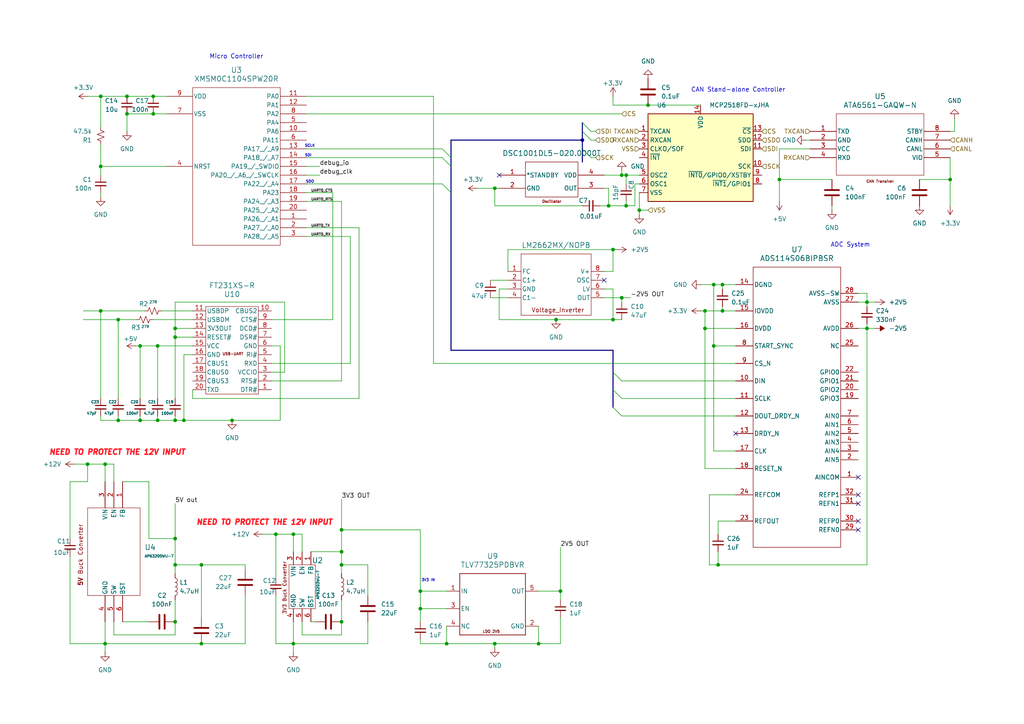
<source format=kicad_sch>
(kicad_sch (version 20250114) (generator "eeschema") (generator_version "9.0")
  (paper "A4")
  (title_block (title "Low Voltage Sensor") (date "08-22-25") (rev "0.1") (company "UTA FSAE") (comment 1 "Project Contributors: Marcus, Ali, Taylor Smith") (comment 2 "Page Authors: Marcus, Ali, Taylor Smith"))
  (text "SDO\n" (at 89.916 52.832 0) (effects (font (size 0.762 0.762))))
  (text "CAN Stand-alone Controller" (at 214.122 26.162 0) (effects (font (size 1.27 1.27))))
  (text "3V3 IN\n" (at 124.206 168.402 0) (effects (font (size 0.762 0.762))))
  (text "SCLK" (at 89.916 42.418 0) (effects (font (size 0.762 0.762))))
  (text "NEED TO PROTECT THE 12V INPUT\n" (at 76.708 151.638 0) (effects (font (size 1.524 1.524) (thickness 0.508) (bold yes) (italic yes))))
  (text "NEED TO PROTECT THE 12V INPUT\n" (at 34.036 131.318 0) (effects (font (size 1.524 1.524) (thickness 0.508) (bold yes) (italic yes))))
  (text "SDI" (at 89.408 45.212 0) (effects (font (size 0.762 0.762))))
  (text "ADC System\n" (at 246.634 71.12 0) (effects (font (size 1.27 1.27))))
  (text "Micro Controller" (at 68.58 16.51 0) (effects (font (size 1.27 1.27))))
  (junction (at 67.31 121.92))
  (junction (at 30.48 186.69))
  (junction (at 204.47 95.25))
  (junction (at 181.61 59.69))
  (junction (at 50.8 121.92))
  (junction (at 251.46 95.25))
  (junction (at 121.92 176.53))
  (junction (at 50.8 95.25))
  (junction (at 208.28 163.83))
  (junction (at 207.01 100.33))
  (junction (at 129.54 186.69))
  (junction (at 25.4 134.62))
  (junction (at 36.83 27.94))
  (junction (at 177.8 72.39))
  (junction (at 53.34 121.92))
  (junction (at 251.46 87.63))
  (junction (at 209.55 82.55))
  (junction (at 85.09 186.69))
  (junction (at 30.48 134.62))
  (junction (at 181.61 50.8))
  (junction (at 50.8 180.34))
  (junction (at 207.01 82.55))
  (junction (at 99.06 160.02))
  (junction (at 85.09 154.94))
  (junction (at 204.47 90.17))
  (junction (at 40.64 121.92))
  (junction (at 80.01 154.94))
  (junction (at 99.06 180.34))
  (junction (at 44.45 27.94))
  (junction (at 185.42 60.96))
  (junction (at 50.8 97.79))
  (junction (at 40.64 100.33))
  (junction (at 161.29 92.71))
  (junction (at 275.59 52.07))
  (junction (at 58.42 186.69))
  (junction (at 162.56 171.45))
  (junction (at 156.21 186.69))
  (junction (at 180.34 50.8))
  (junction (at 44.45 33.02))
  (junction (at 45.72 100.33))
  (junction (at 180.34 86.36))
  (junction (at 177.8 92.71))
  (junction (at 50.8 156.21))
  (junction (at 187.96 30.48))
  (junction (at 50.8 163.83))
  (junction (at 45.72 121.92))
  (junction (at 34.29 92.71))
  (junction (at 99.06 163.83))
  (junction (at 36.83 33.02))
  (junction (at 29.21 48.26))
  (junction (at 209.55 90.17))
  (junction (at 58.42 163.83))
  (junction (at 168.91 40.64))
  (junction (at 143.51 54.61))
  (junction (at 226.06 52.07))
  (junction (at 29.21 27.94))
  (junction (at 99.06 153.67))
  (junction (at 34.29 121.92))
  (junction (at 143.51 186.69))
  (junction (at 29.21 90.17))
  (junction (at 176.53 59.69))
  (junction (at 121.92 171.45))
  (no_connect (at 248.92 146.05))
  (no_connect (at 248.92 143.51))
  (no_connect (at 248.92 151.13))
  (no_connect (at 213.36 125.73))
  (no_connect (at 175.26 81.28))
  (no_connect (at 248.92 138.43))
  (no_connect (at 144.78 50.8))
  (no_connect (at 248.92 153.67))
  (bus_entry (at 168.91 35.56) (size 2.54 2.54))
  (bus_entry (at 128.27 53.34) (size 2.54 2.54))
  (bus_entry (at 177.8 113.03) (size 2.54 2.54))
  (bus_entry (at 168.91 38.1) (size 2.54 2.54))
  (bus_entry (at 177.8 107.95) (size 2.54 2.54))
  (bus_entry (at 168.91 43.18) (size 2.54 2.54))
  (bus_entry (at 128.27 43.18) (size 2.54 2.54))
  (bus_entry (at 177.8 118.11) (size 2.54 2.54))
  (bus_entry (at 128.27 45.72) (size 2.54 2.54))
  (bus (pts (xy 130.81 40.64) (xy 168.91 40.64)))
  (wire (pts (xy 251.46 163.83) (xy 251.46 95.25)))
  (bus (pts (xy 168.91 43.18) (xy 168.91 46.99)))
  (wire (pts (xy 181.61 50.8) (xy 181.61 53.34)))
  (wire (pts (xy 205.74 143.51) (xy 205.74 163.83)))
  (wire (pts (xy 85.09 186.69) (xy 106.68 186.69)))
  (bus (pts (xy 130.81 48.26) (xy 130.81 45.72)))
  (wire (pts (xy 204.47 90.17) (xy 209.55 90.17)))
  (wire (pts (xy 85.09 160.02) (xy 85.09 154.94)))
  (wire (pts (xy 71.12 165.1) (xy 71.12 163.83)))
  (wire (pts (xy 209.55 82.55) (xy 209.55 83.82)))
  (wire (pts (xy 71.12 163.83) (xy 58.42 163.83)))
  (wire (pts (xy 161.29 92.71) (xy 177.8 92.71)))
  (wire (pts (xy 142.24 81.28) (xy 147.32 81.28)))
  (wire (pts (xy 88.9 53.34) (xy 128.27 53.34)))
  (bus (pts (xy 168.91 35.56) (xy 168.91 38.1)))
  (wire (pts (xy 234.95 40.64) (xy 233.68 40.64)))
  (wire (pts (xy 88.9 50.8) (xy 92.71 50.8)))
  (wire (pts (xy 185.42 60.96) (xy 187.96 60.96)))
  (wire (pts (xy 44.45 27.94) (xy 48.26 27.94)))
  (wire (pts (xy 175.26 83.82) (xy 177.8 83.82)))
  (wire (pts (xy 45.72 100.33) (xy 45.72 115.57)))
  (bus (pts (xy 177.8 101.6) (xy 177.8 107.95)))
  (wire (pts (xy 36.83 27.94) (xy 44.45 27.94)))
  (wire (pts (xy 184.15 53.34) (xy 184.15 59.69)))
  (wire (pts (xy 144.78 83.82) (xy 144.78 92.71)))
  (bus (pts (xy 130.81 48.26) (xy 130.81 55.88)))
  (wire (pts (xy 50.8 120.65) (xy 50.8 121.92)))
  (wire (pts (xy 29.21 27.94) (xy 36.83 27.94)))
  (wire (pts (xy 147.32 72.39) (xy 177.8 72.39)))
  (wire (pts (xy 24.13 90.17) (xy 29.21 90.17)))
  (wire (pts (xy 121.92 176.53) (xy 121.92 180.34)))
  (wire (pts (xy 88.9 68.58) (xy 101.6 68.58)))
  (wire (pts (xy 143.51 186.69) (xy 143.51 187.96)))
  (wire (pts (xy 213.36 95.25) (xy 204.47 95.25)))
  (wire (pts (xy 45.72 120.65) (xy 45.72 121.92)))
  (wire (pts (xy 177.8 27.94) (xy 177.8 30.48)))
  (wire (pts (xy 40.64 100.33) (xy 40.64 115.57)))
  (bus (pts (xy 130.81 45.72) (xy 130.81 40.64)))
  (wire (pts (xy 29.21 121.92) (xy 34.29 121.92)))
  (wire (pts (xy 226.06 52.07) (xy 241.3 52.07)))
  (wire (pts (xy 25.4 139.7) (xy 25.4 134.62)))
  (wire (pts (xy 20.32 139.7) (xy 25.4 139.7)))
  (wire (pts (xy 176.53 54.61) (xy 175.26 54.61)))
  (wire (pts (xy 121.92 171.45) (xy 121.92 176.53)))
  (wire (pts (xy 78.74 107.95) (xy 82.55 107.95)))
  (wire (pts (xy 29.21 120.65) (xy 29.21 121.92)))
  (wire (pts (xy 30.48 180.34) (xy 30.48 186.69)))
  (wire (pts (xy 175.26 78.74) (xy 177.8 78.74)))
  (wire (pts (xy 34.29 92.71) (xy 34.29 115.57)))
  (wire (pts (xy 180.34 86.36) (xy 180.34 87.63)))
  (wire (pts (xy 44.45 33.02) (xy 48.26 33.02)))
  (wire (pts (xy 81.28 100.33) (xy 81.28 121.92)))
  (wire (pts (xy 99.06 184.15) (xy 99.06 180.34)))
  (wire (pts (xy 53.34 102.87) (xy 53.34 121.92)))
  (wire (pts (xy 87.63 184.15) (xy 99.06 184.15)))
  (wire (pts (xy 58.42 179.07) (xy 58.42 163.83)))
  (wire (pts (xy 275.59 52.07) (xy 275.59 59.69)))
  (wire (pts (xy 129.54 181.61) (xy 129.54 186.69)))
  (wire (pts (xy 67.31 121.92) (xy 53.34 121.92)))
  (wire (pts (xy 43.18 156.21) (xy 50.8 156.21)))
  (wire (pts (xy 99.06 58.42) (xy 99.06 110.49)))
  (wire (pts (xy 162.56 171.45) (xy 162.56 173.99)))
  (wire (pts (xy 208.28 160.02) (xy 208.28 163.83)))
  (wire (pts (xy 143.51 54.61) (xy 144.78 54.61)))
  (bus (pts (xy 177.8 113.03) (xy 177.8 118.11)))
  (wire (pts (xy 209.55 82.55) (xy 213.36 82.55)))
  (wire (pts (xy 142.24 86.36) (xy 147.32 86.36)))
  (wire (pts (xy 88.9 43.18) (xy 128.27 43.18)))
  (wire (pts (xy 121.92 185.42) (xy 121.92 186.69)))
  (bus (pts (xy 130.81 55.88) (xy 130.81 101.6)))
  (wire (pts (xy 177.8 72.39) (xy 177.8 78.74)))
  (wire (pts (xy 88.9 33.02) (xy 180.34 33.02)))
  (wire (pts (xy 29.21 27.94) (xy 29.21 36.83)))
  (wire (pts (xy 147.32 83.82) (xy 144.78 83.82)))
  (wire (pts (xy 80.01 172.72) (xy 80.01 186.69)))
  (wire (pts (xy 180.34 86.36) (xy 182.88 86.36)))
  (wire (pts (xy 176.53 54.61) (xy 176.53 59.69)))
  (wire (pts (xy 85.09 180.34) (xy 85.09 186.69)))
  (wire (pts (xy 185.42 55.88) (xy 185.42 60.96)))
  (wire (pts (xy 50.8 95.25) (xy 55.88 95.25)))
  (wire (pts (xy 20.32 156.21) (xy 20.32 139.7)))
  (wire (pts (xy 50.8 97.79) (xy 50.8 115.57)))
  (wire (pts (xy 43.18 139.7) (xy 43.18 156.21)))
  (wire (pts (xy 203.2 90.17) (xy 204.47 90.17)))
  (wire (pts (xy 106.68 163.83) (xy 99.06 163.83)))
  (wire (pts (xy 207.01 100.33) (xy 207.01 82.55)))
  (wire (pts (xy 34.29 121.92) (xy 40.64 121.92)))
  (wire (pts (xy 34.29 120.65) (xy 34.29 121.92)))
  (wire (pts (xy 80.01 154.94) (xy 85.09 154.94)))
  (wire (pts (xy 30.48 134.62) (xy 25.4 134.62)))
  (wire (pts (xy 248.92 87.63) (xy 251.46 87.63)))
  (wire (pts (xy 248.92 85.09) (xy 251.46 85.09)))
  (wire (pts (xy 180.34 110.49) (xy 213.36 110.49)))
  (wire (pts (xy 181.61 50.8) (xy 185.42 50.8)))
  (wire (pts (xy 251.46 95.25) (xy 254 95.25)))
  (wire (pts (xy 121.92 176.53) (xy 129.54 176.53)))
  (wire (pts (xy 40.64 100.33) (xy 45.72 100.33)))
  (bus (pts (xy 168.91 38.1) (xy 168.91 40.64)))
  (wire (pts (xy 90.17 180.34) (xy 91.44 180.34)))
  (wire (pts (xy 156.21 186.69) (xy 143.51 186.69)))
  (bus (pts (xy 168.91 40.64) (xy 168.91 43.18)))
  (wire (pts (xy 50.8 146.05) (xy 50.8 156.21)))
  (wire (pts (xy 53.34 102.87) (xy 55.88 102.87)))
  (wire (pts (xy 204.47 95.25) (xy 204.47 90.17)))
  (wire (pts (xy 176.53 59.69) (xy 181.61 59.69)))
  (wire (pts (xy 58.42 163.83) (xy 50.8 163.83)))
  (bus (pts (xy 130.81 101.6) (xy 177.8 101.6)))
  (wire (pts (xy 90.17 160.02) (xy 99.06 160.02)))
  (wire (pts (xy 205.74 143.51) (xy 213.36 143.51)))
  (wire (pts (xy 40.64 120.65) (xy 40.64 121.92)))
  (wire (pts (xy 213.36 130.81) (xy 207.01 130.81)))
  (wire (pts (xy 30.48 139.7) (xy 30.48 134.62)))
  (wire (pts (xy 203.2 82.55) (xy 207.01 82.55)))
  (wire (pts (xy 251.46 87.63) (xy 251.46 88.9)))
  (wire (pts (xy 226.06 43.18) (xy 226.06 52.07)))
  (wire (pts (xy 179.07 72.39) (xy 177.8 72.39)))
  (wire (pts (xy 226.06 52.07) (xy 226.06 58.42)))
  (wire (pts (xy 29.21 41.91) (xy 29.21 48.26)))
  (wire (pts (xy 88.9 55.88) (xy 96.52 55.88)))
  (wire (pts (xy 33.02 184.15) (xy 50.8 184.15)))
  (wire (pts (xy 33.02 180.34) (xy 33.02 184.15)))
  (wire (pts (xy 29.21 90.17) (xy 29.21 115.57)))
  (wire (pts (xy 55.88 113.03) (xy 55.88 115.57)))
  (wire (pts (xy 88.9 45.72) (xy 128.27 45.72)))
  (wire (pts (xy 45.72 121.92) (xy 50.8 121.92)))
  (wire (pts (xy 29.21 48.26) (xy 48.26 48.26)))
  (wire (pts (xy 125.73 105.41) (xy 213.36 105.41)))
  (wire (pts (xy 44.45 92.71) (xy 55.88 92.71)))
  (wire (pts (xy 129.54 171.45) (xy 121.92 171.45)))
  (wire (pts (xy 241.3 59.69) (xy 241.3 60.96)))
  (wire (pts (xy 209.55 88.9) (xy 209.55 90.17)))
  (wire (pts (xy 181.61 58.42) (xy 181.61 59.69)))
  (wire (pts (xy 78.74 92.71) (xy 96.52 92.71)))
  (wire (pts (xy 248.92 95.25) (xy 251.46 95.25)))
  (wire (pts (xy 99.06 153.67) (xy 99.06 160.02)))
  (wire (pts (xy 204.47 135.89) (xy 204.47 95.25)))
  (wire (pts (xy 99.06 160.02) (xy 99.06 163.83)))
  (wire (pts (xy 276.86 34.29) (xy 276.86 38.1)))
  (wire (pts (xy 39.37 92.71) (xy 34.29 92.71)))
  (wire (pts (xy 181.61 59.69) (xy 184.15 59.69)))
  (wire (pts (xy 101.6 68.58) (xy 101.6 105.41)))
  (wire (pts (xy 50.8 87.63) (xy 82.55 87.63)))
  (wire (pts (xy 50.8 173.99) (xy 50.8 180.34)))
  (wire (pts (xy 144.78 92.71) (xy 161.29 92.71)))
  (wire (pts (xy 30.48 186.69) (xy 58.42 186.69)))
  (wire (pts (xy 121.92 153.67) (xy 121.92 171.45)))
  (wire (pts (xy 251.46 87.63) (xy 254 87.63)))
  (wire (pts (xy 162.56 186.69) (xy 156.21 186.69)))
  (wire (pts (xy 78.74 100.33) (xy 81.28 100.33)))
  (wire (pts (xy 213.36 151.13) (xy 208.28 151.13)))
  (wire (pts (xy 143.51 54.61) (xy 143.51 59.69)))
  (wire (pts (xy 50.8 163.83) (xy 50.8 166.37)))
  (wire (pts (xy 24.13 92.71) (xy 34.29 92.71)))
  (wire (pts (xy 156.21 171.45) (xy 162.56 171.45)))
  (wire (pts (xy 71.12 186.69) (xy 58.42 186.69)))
  (wire (pts (xy 25.4 134.62) (xy 21.59 134.62)))
  (wire (pts (xy 30.48 186.69) (xy 30.48 189.23)))
  (wire (pts (xy 80.01 154.94) (xy 80.01 167.64)))
  (wire (pts (xy 171.45 38.1) (xy 172.72 38.1)))
  (wire (pts (xy 213.36 135.89) (xy 204.47 135.89)))
  (wire (pts (xy 33.02 139.7) (xy 33.02 134.62)))
  (wire (pts (xy 177.8 92.71) (xy 177.8 83.82)))
  (wire (pts (xy 87.63 180.34) (xy 87.63 184.15)))
  (wire (pts (xy 40.64 121.92) (xy 45.72 121.92)))
  (wire (pts (xy 175.26 50.8) (xy 180.34 50.8)))
  (wire (pts (xy 29.21 55.88) (xy 29.21 57.15)))
  (wire (pts (xy 45.72 100.33) (xy 55.88 100.33)))
  (wire (pts (xy 275.59 45.72) (xy 275.59 52.07)))
  (wire (pts (xy 207.01 82.55) (xy 209.55 82.55)))
  (wire (pts (xy 276.86 38.1) (xy 275.59 38.1)))
  (wire (pts (xy 121.92 186.69) (xy 129.54 186.69)))
  (wire (pts (xy 177.8 92.71) (xy 180.34 92.71)))
  (wire (pts (xy 36.83 33.02) (xy 36.83 38.1)))
  (wire (pts (xy 29.21 27.94) (xy 25.4 27.94)))
  (wire (pts (xy 205.74 163.83) (xy 208.28 163.83)))
  (wire (pts (xy 180.34 50.8) (xy 181.61 50.8)))
  (wire (pts (xy 36.83 33.02) (xy 44.45 33.02)))
  (wire (pts (xy 87.63 154.94) (xy 85.09 154.94)))
  (wire (pts (xy 41.91 90.17) (xy 29.21 90.17)))
  (wire (pts (xy 96.52 55.88) (xy 96.52 92.71)))
  (wire (pts (xy 180.34 115.57) (xy 213.36 115.57)))
  (wire (pts (xy 20.32 161.29) (xy 20.32 186.69)))
  (wire (pts (xy 99.06 163.83) (xy 99.06 166.37)))
  (wire (pts (xy 207.01 100.33) (xy 213.36 100.33)))
  (wire (pts (xy 209.55 90.17) (xy 213.36 90.17)))
  (wire (pts (xy 177.8 30.48) (xy 187.96 30.48)))
  (wire (pts (xy 106.68 172.72) (xy 106.68 163.83)))
  (wire (pts (xy 35.56 180.34) (xy 43.18 180.34)))
  (wire (pts (xy 187.96 30.48) (xy 203.2 30.48)))
  (wire (pts (xy 99.06 144.78) (xy 99.06 153.67)))
  (wire (pts (xy 251.46 93.98) (xy 251.46 95.25)))
  (wire (pts (xy 180.34 49.53) (xy 180.34 50.8)))
  (wire (pts (xy 99.06 173.99) (xy 99.06 180.34)))
  (wire (pts (xy 129.54 186.69) (xy 143.51 186.69)))
  (wire (pts (xy 266.7 52.07) (xy 275.59 52.07)))
  (wire (pts (xy 50.8 184.15) (xy 50.8 180.34)))
  (wire (pts (xy 55.88 115.57) (xy 104.14 115.57)))
  (wire (pts (xy 80.01 186.69) (xy 85.09 186.69)))
  (wire (pts (xy 251.46 85.09) (xy 251.46 87.63)))
  (wire (pts (xy 88.9 58.42) (xy 99.06 58.42)))
  (wire (pts (xy 46.99 90.17) (xy 55.88 90.17)))
  (wire (pts (xy 76.2 154.94) (xy 80.01 154.94)))
  (wire (pts (xy 99.06 153.67) (xy 121.92 153.67)))
  (wire (pts (xy 175.26 86.36) (xy 180.34 86.36)))
  (wire (pts (xy 35.56 139.7) (xy 43.18 139.7)))
  (wire (pts (xy 180.34 120.65) (xy 213.36 120.65)))
  (wire (pts (xy 88.9 66.04) (xy 104.14 66.04)))
  (wire (pts (xy 50.8 121.92) (xy 53.34 121.92)))
  (wire (pts (xy 78.74 105.41) (xy 101.6 105.41)))
  (wire (pts (xy 39.37 100.33) (xy 40.64 100.33)))
  (wire (pts (xy 208.28 151.13) (xy 208.28 154.94)))
  (wire (pts (xy 138.43 54.61) (xy 143.51 54.61)))
  (wire (pts (xy 226.06 43.18) (xy 234.95 43.18)))
  (wire (pts (xy 33.02 134.62) (xy 30.48 134.62)))
  (wire (pts (xy 173.99 59.69) (xy 176.53 59.69)))
  (wire (pts (xy 78.74 110.49) (xy 99.06 110.49)))
  (wire (pts (xy 171.45 40.64) (xy 172.72 40.64)))
  (wire (pts (xy 87.63 160.02) (xy 87.63 154.94)))
  (wire (pts (xy 208.28 163.83) (xy 251.46 163.83)))
  (wire (pts (xy 162.56 179.07) (xy 162.56 186.69)))
  (wire (pts (xy 88.9 48.26) (xy 92.71 48.26)))
  (wire (pts (xy 50.8 156.21) (xy 50.8 163.83)))
  (wire (pts (xy 184.15 53.34) (xy 185.42 53.34)))
  (wire (pts (xy 29.21 48.26) (xy 29.21 50.8)))
  (wire (pts (xy 82.55 107.95) (xy 82.55 87.63)))
  (wire (pts (xy 104.14 66.04) (xy 104.14 115.57)))
  (wire (pts (xy 50.8 87.63) (xy 50.8 95.25)))
  (wire (pts (xy 147.32 78.74) (xy 147.32 72.39)))
  (wire (pts (xy 81.28 121.92) (xy 67.31 121.92)))
  (wire (pts (xy 106.68 186.69) (xy 106.68 180.34)))
  (wire (pts (xy 168.91 59.69) (xy 143.51 59.69)))
  (wire (pts (xy 85.09 186.69) (xy 85.09 189.23)))
  (wire (pts (xy 50.8 95.25) (xy 50.8 97.79)))
  (wire (pts (xy 207.01 130.81) (xy 207.01 100.33)))
  (bus (pts (xy 177.8 107.95) (xy 177.8 113.03)))
  (wire (pts (xy 55.88 97.79) (xy 50.8 97.79)))
  (wire (pts (xy 125.73 27.94) (xy 125.73 105.41)))
  (wire (pts (xy 20.32 186.69) (xy 30.48 186.69)))
  (wire (pts (xy 162.56 158.75) (xy 162.56 171.45)))
  (wire (pts (xy 185.42 60.96) (xy 185.42 62.23)))
  (wire (pts (xy 71.12 172.72) (xy 71.12 186.69)))
  (wire (pts (xy 171.45 45.72) (xy 172.72 45.72)))
  (wire (pts (xy 156.21 181.61) (xy 156.21 186.69)))
  (wire (pts (xy 88.9 27.94) (xy 125.73 27.94)))
  (label "5V out" (at 50.8 146.05 0))
  (label "UART0_RTS" (at 90.17 58.42 0) (effects (font (size 0.762 0.762))))
  (label "UART0_TX" (at 90.17 66.04 0) (effects (font (size 0.762 0.762))))
  (label "3V3 OUT" (at 99.06 144.78 0))
  (label "debug_io" (at 92.71 48.26 0))
  (label "2V5 OUT" (at 162.56 158.75 0))
  (label "debug_clk" (at 92.71 50.8 0))
  (label "UART0_RX" (at 90.17 68.58 0) (effects (font (size 0.762 0.762))))
  (label "UART0_CTS" (at 90.17 55.88 0) (effects (font (size 0.762 0.762))))
  (label "-2V5 OUT" (at 182.88 86.36 0))
  (hierarchical_label "SDI" (shape input) (at 172.72 38.1 0))
  (hierarchical_label "CS" (shape input) (at 220.98 38.1 0))
  (hierarchical_label "SCK" (shape input) (at 172.72 45.72 0))
  (hierarchical_label "VSS" (shape input) (at 185.42 43.18 180))
  (hierarchical_label "CANL" (shape input) (at 275.59 43.18 0))
  (hierarchical_label "SCK" (shape input) (at 220.98 48.26 0))
  (hierarchical_label "RXCAN" (shape input) (at 185.42 40.64 180))
  (hierarchical_label "VSS" (shape input) (at 187.96 60.96 0))
  (hierarchical_label "RXCAN" (shape input) (at 234.95 45.72 180))
  (hierarchical_label "TXCAN" (shape input) (at 185.42 38.1 180))
  (hierarchical_label "CS" (shape input) (at 180.34 33.02 0))
  (hierarchical_label "SDI" (shape input) (at 220.98 43.18 0))
  (hierarchical_label "SDO" (shape input) (at 220.98 40.64 0))
  (hierarchical_label "CANH" (shape input) (at 275.59 40.64 0))
  (hierarchical_label "TXCAN" (shape input) (at 234.95 38.1 180))
  (hierarchical_label "SDO" (shape input) (at 172.72 40.64 0))
  (symbol (lib_id "power:+3.3V") (at 25.4 27.94 90) (unit 1)
    (property "Reference" "#PWR03" (effects (hide yes)))
    (property "Value" "+3.3V" (at 24.13 25.4 90))
    (property "Description" "Power symbol creates a global label with name \"+3.3V\"" (effects (hide yes)))
  )
  (symbol (lib_id "Device:C") (at 241.3 55.88 0) (unit 1)
    (property "Reference" "C4" (at 245.11 54.6099 0) (effects (justify left)))
    (property "Value" "100nF" (at 245.11 57.1499 0) (effects (justify left)))
    (property "Footprint" "Capacitor_SMD:C_1206_3216Metric_Pad1.33x1.80mm_HandSolder" (effects (hide yes)))
    (property "Datasheet" "https://www.mouser.com/datasheet/3/317/1/WTC_MLCC_General_Purpose.pdf" (effects (hide yes)))
    (property "Description" "Unpolarized capacitor" (effects (hide yes)))
    (property "mouser" "https://www.mouser.com/ProductDetail/Walsin/0402B104K100CT?qs=sGAEpiMZZMsh%252B1woXyUXj9Vc%2FsqQGnyVQ%2FVncd6IqtM%3D" (effects (hide yes)))
    (property "specs" "0.1 uF, 10VDC, +/-10%, -55C to +125C" (effects (hide yes)))
    (property "unit x10" "00.04" (effects (hide yes)))
  )
  (symbol (lib_id "LV-Sensor-Lib:LM2662MX_NOPB") (at 143.51 78.74 0) (unit 1)
    (property "Reference" "U8" (effects (hide yes)))
    (property "Value" "LM2662MX/NOPB" (at 161.29 71.12 0) (effects (font (size 1.524 1.524))))
    (property "Footprint" "LV-Sensor-Footprints-Lib:M08A" (effects (hide yes)))
    (property "Datasheet" "https://www.ti.com/lit/gpn/lm2662" (effects (hide yes)))
    (property "mouser" "https://www.mouser.com/ProductDetail/Texas-Instruments/LM2662MX-NOPB?qs=X1J7HmVL2ZEhDibOuMUl7w%3D%3D" (effects (hide yes)))
    (property "specs" "200mA, 1.3 mA Operating Current, -1.5 V to -5.5 V, 75kHz, 735mW Power Dissipation, -40C to+85V" (effects (hide yes)))
    (property "unit x10" "14.10" (effects (hide yes)))
  )
  (symbol (lib_id "power:+5V") (at 226.06 58.42 180) (unit 1)
    (property "Reference" "#PWR07" (effects (hide yes)))
    (property "Value" "+5V" (at 226.06 63.5 0))
    (property "Description" "Power symbol creates a global label with name \"+5V\"" (effects (hide yes)))
  )
  (symbol (lib_id "Device:C") (at 46.99 180.34 90) (unit 1)
    (property "Reference" "C2" (at 46.99 172.72 90))
    (property "Value" "100nF" (at 46.99 175.26 90))
    (property "Footprint" "Capacitor_SMD:C_1206_3216Metric_Pad1.33x1.80mm_HandSolder" (effects (hide yes)))
    (property "Datasheet" "https://search.murata.co.jp/Ceramy/image/img/A01X/G101/ENG/GRT31C5C1E104FA02-01A.pdf" (effects (hide yes)))
    (property "Description" "Unpolarized capacitor" (effects (hide yes)))
    (property "mouser" "https://www.mouser.com/ProductDetail/Murata-Electronics/GRT31C5C1E104FA02L?qs=RcG8xmE7yp2x0Dm0oPPFZA%3D%3D" (effects (hide yes)))
    (property "specs" "  0.1 uF, 1% tolerance, -55 to +125C" (effects (hide yes)))
    (property "unit x10" "0.583" (effects (hide yes)))
  )
  (symbol (lib_id "power:+12V") (at 21.59 134.62 90) (unit 1)
    (property "Reference" "#PWR04" (effects (hide yes)))
    (property "Value" "+12V" (at 17.78 134.6199 90) (effects (justify left)))
    (property "Description" "Power symbol creates a global label with name \"+12V\"" (effects (hide yes)))
  )
  (symbol (lib_id "Device:C_Small") (at 121.92 182.88 0) (unit 1)
    (property "Reference" "C16" (at 124.46 181.6162 0) (effects (justify left)))
    (property "Value" "1uF" (at 124.46 184.1562 0) (effects (justify left)))
    (property "Footprint" "Capacitor_SMD:C_1206_3216Metric_Pad1.33x1.80mm_HandSolder" (effects (hide yes)))
    (property "Datasheet" "https://www.samsungsem.com/resources/file/global/support/product_catalog/MLCC.pdf" (effects (hide yes)))
    (property "Description" "Unpolarized capacitor, small symbol" (effects (hide yes)))
    (property "mouser" "https://www.mouser.com/ProductDetail/Samsung-Electro-Mechanics/CL31B105KBHNFNE?qs=sGAEpiMZZMsh%252B1woXyUXj4hdzsxBU3nxXdDxGdPaX9g%3D" (effects (hide yes)))
    (property "specs" "1uF, 50 VDC, +/-10%, -55C to +125C" (effects (hide yes)))
    (property "unit x10" "0.049" (effects (hide yes)))
  )
  (symbol (lib_id "Device:C_Small") (at 162.56 176.53 0) (unit 1)
    (property "Reference" "C18" (at 165.1 175.2662 0) (effects (justify left)))
    (property "Value" "1uF" (at 165.1 177.8062 0) (effects (justify left)))
    (property "Footprint" "Capacitor_SMD:C_1206_3216Metric_Pad1.33x1.80mm_HandSolder" (effects (hide yes)))
    (property "Datasheet" "https://www.samsungsem.com/resources/file/global/support/product_catalog/MLCC.pdf" (effects (hide yes)))
    (property "Description" "Unpolarized capacitor, small symbol" (effects (hide yes)))
    (property "mouser" "https://www.mouser.com/ProductDetail/Samsung-Electro-Mechanics/CL31B105KBHNFNE?qs=sGAEpiMZZMsh%252B1woXyUXj4hdzsxBU3nxXdDxGdPaX9g%3D" (effects (hide yes)))
    (property "specs" "1uF, 50 VDC, +/-10%, -55C to +125C" (effects (hide yes)))
    (property "unit x10" "0.049" (effects (hide yes)))
  )
  (symbol (lib_id "power:+5V") (at 39.37 100.33 90) (unit 1)
    (property "Reference" "#PWR021" (effects (hide yes)))
    (property "Value" "+5V" (at 39.878 98.298 90) (effects (justify left)))
    (property "Description" "Power symbol creates a global label with name \"+5V\"" (effects (hide yes)))
  )
  (symbol (lib_id "Device:L") (at 50.8 170.18 0) (unit 1)
    (property "Reference" "L1" (at 52.07 168.9099 0) (effects (justify left)))
    (property "Value" "4.7uH" (at 52.07 171.4499 0) (effects (justify left)))
    (property "Footprint" "Inductor_SMD:L_TDK_NLV25_2.5x2.0mm" (effects (hide yes)))
    (property "Datasheet" "https://www.we-online.com/components/products/datasheet/74479325207247.pdf" (effects (hide yes)))
    (property "Description" "Inductor" (effects (hide yes)))
    (property "mouser" "https://www.mouser.com/ProductDetail/Wurth-Elektronik/74479325207247?qs=sGAEpiMZZMv126LJFLh8yz45cmI%252ByXhRb9SDSs%252BnERg%3D" (effects (hide yes)))
    (property "specs" "4.7 uH, 128 mOhms, 25 MHz, -55 to +150 C " (effects (hide yes)))
    (property "unit x10" "0.311" (effects (hide yes)))
  )
  (symbol (lib_id "Device:C") (at 58.42 182.88 180) (unit 1)
    (property "Reference" "C3" (at 62.23 181.6099 0) (effects (justify right)))
    (property "Value" "22uF" (at 62.23 184.1499 0) (effects (justify right)))
    (property "Footprint" "Capacitor_SMD:C_1206_3216Metric_Pad1.33x1.80mm_HandSolder" (effects (hide yes)))
    (property "Datasheet" "https://www.samsungsem.com/resources/file/global/support/product_catalog/MLCC.pdf" (effects (hide yes)))
    (property "Description" "Unpolarized capacitor" (effects (hide yes)))
    (property "mouser" "https://www.mouser.com/ProductDetail/Samsung-Electro-Mechanics/CL31A226KAHNNNE?qs=X6jEic%2FHinCdwsjGJII51w%3D%3D" (effects (hide yes)))
    (property "specs" "22 uF, 25VDC, +/-10%, -55C to +85C" (effects (hide yes)))
    (property "unit x10" "0.076" (effects (hide yes)))
  )
  (symbol (lib_id "power:GND") (at 180.34 49.53 180) (unit 1)
    (property "Reference" "#PWR09" (effects (hide yes)))
    (property "Value" "GND" (at 182.88 48.2599 0) (effects (justify right)))
    (property "Description" "Power symbol creates a global label with name \"GND\" , ground" (effects (hide yes)))
  )
  (symbol (lib_id "Device:C_Small") (at 29.21 118.11 0) (unit 1)
    (property "Reference" "C23" (at 26.416 116.586 0) (effects (font (size 0.762 0.762)) (justify left)))
    (property "Value" "47pF" (at 25.146 119.888 0) (effects (font (size 0.762 0.762)) (justify left)))
    (property "Footprint" "Capacitor_SMD:C_1206_3216Metric_Pad1.33x1.80mm_HandSolder" (effects (hide yes)))
    (property "Datasheet" "https://www.mouser.com/datasheet/3/317/1/WTC_MLCC_General_Purpose.pdf" (effects (hide yes)))
    (property "Description" "Unpolarized capacitor, small symbol" (effects (hide yes)))
    (property "mouser" "https://www.mouser.com/ProductDetail/Walsin/1206B474K100CT?qs=ZrPdAQfJ6DMKbr56A%2F9GRA%3D%3D" (effects (hide yes)))
    (property "specs" "0.47 uF, 10 VDC, +/-10%, -55C to +125" (effects (hide yes)))
    (property "unit x10" "0.076" (effects (hide yes)))
  )
  (symbol (lib_id "LV-Sensor-Lib:ADS114S06BIPBSR") (at 231.14 118.11 180) (unit 1)
    (property "Reference" "U7" (at 231.14 72.39 0) (effects (font (size 1.524 1.524))))
    (property "Value" "ADS114S06BIPBSR" (at 231.14 74.93 0) (effects (font (size 1.524 1.524))))
    (property "Footprint" "LV-Sensor-Footprints-Lib:PBS0032A_N" (effects (hide yes)))
    (property "Datasheet" "https://www.ti.com/lit/gpn/ads114s06b" (effects (hide yes)))
    (property "mouser" "https://www.mouser.com/ProductDetail/Texas-Instruments/ADS114S06BIPBSR?qs=BZBei1rCqCCpf9Wu5SWBcA%3D%3D" (effects (hide yes)))
    (property "specs" "16-Bit, 6 Channel, 2.7 V to 5.25 V, Ref Volt 2.5 V, 4 kS/s, - 40 C to +125C" (effects (hide yes)))
    (property "unit x10" "60.80" (effects (hide yes)))
  )
  (symbol (lib_id "LV-Sensor-Lib:ATA6561-GAQW-N") (at 234.95 38.1 0) (unit 1)
    (property "Reference" "U5" (at 255.27 27.94 0) (effects (font (size 1.524 1.524))))
    (property "Value" "ATA6561-GAQW-N" (at 255.27 30.48 0) (effects (font (size 1.524 1.524))))
    (property "Footprint" "LV-Sensor-Footprints-Lib:SOIC8_4P9X3P9MC_MCH" (effects (hide yes)))
    (property "Datasheet" "https://www.mouser.com/datasheet/3/282/1/20005991B.pdf" (effects (hide yes)))
    (property "mouser" "https://www.mouser.com/ProductDetail/Microchip-Technology/ATA6561-GAQW-N?qs=y6ZabgHbY%252BwGbm2JCZMHKQ%3D%3D" (effects (hide yes)))
    (property "specs" "5Mb/s, 1 Driver /1 Receiver, 4.5V - 5.5V,50mA Operating Current, -40C to+150C" (effects (hide yes)))
    (property "unit x10" "04.80" (effects (hide yes)))
  )
  (symbol (lib_id "power:-2V5") (at 254 95.25 270) (unit 1)
    (property "Reference" "#PWR023" (effects (hide yes)))
    (property "Value" "-2V5" (at 257.81 95.2499 90) (effects (justify left)))
    (property "Description" "Power symbol creates a global label with name \"-2V5\"" (effects (hide yes)))
  )
  (symbol (lib_id "Device:R_Small_US") (at 41.91 92.71 90) (unit 1)
    (property "Reference" "R3" (at 39.37 94.996 90))
    (property "Value" "27R" (at 42.164 94.742 90) (effects (font (size 0.762 0.762))))
    (property "Footprint" "Resistor_SMD:R_1206_3216Metric_Pad1.30x1.75mm_HandSolder" (effects (hide yes)))
    (property "Datasheet" "https://www.koaspeer.com/pdfs/RK73B.pdf" (effects (hide yes)))
    (property "Description" "Resistor, small US symbol" (effects (hide yes)))
    (property "mouser" "https://www.mouser.com/ProductDetail/KOA-Speer/RK73B2BTTD390J?qs=sGAEpiMZZMvdGkrng054t7JT%252BZ6rIJkYlNcyVLEZTg4%3D" (effects (hide yes)))
    (property "specs" "39Ohms, 200V,1/4 W, 5%, -55 to +155 C  " (effects (hide yes)))
    (property "unit x10" "0.022" (effects (hide yes)))
  )
  (symbol (lib_id "power:+3.3V") (at 138.43 54.61 90) (unit 1)
    (property "Reference" "#PWR010" (effects (hide yes)))
    (property "Value" "+3.3V" (at 137.16 52.07 90))
    (property "Description" "Power symbol creates a global label with name \"+3.3V\"" (effects (hide yes)))
  )
  (symbol (lib_id "Device:C_Small") (at 171.45 59.69 90) (unit 1)
    (property "Reference" "C7" (at 169.164 58.166 90))
    (property "Value" "0.01uF" (at 171.45 62.738 90))
    (property "Footprint" "Capacitor_SMD:C_1206_3216Metric_Pad1.33x1.80mm_HandSolder" (effects (hide yes)))
    (property "Datasheet" "https://www.mouser.com/datasheet/3/317/1/WTC_MLCC_General_Purpose.pdf" (effects (hide yes)))
    (property "Description" "Unpolarized capacitor, small symbol" (effects (hide yes)))
    (property "mouser" "https://www.mouser.com/ProductDetail/Walsin/1206N103F250CT?qs=ZrPdAQfJ6DMiKZcJOL8AWQ%3D%3D" (effects (hide yes)))
    (property "specs" "0.01uF, 25 VDC, +/-1%, -55C to 125C" (effects (hide yes)))
    (property "unit x10" "0.242" (effects (hide yes)))
  )
  (symbol (lib_id "Device:C") (at 266.7 55.88 0) (mirror y) (unit 1)
    (property "Reference" "C6" (at 262.89 54.6099 0) (effects (justify left)))
    (property "Value" "100nF" (at 262.89 57.1499 0) (effects (justify left)))
    (property "Footprint" "Capacitor_SMD:C_1206_3216Metric_Pad1.33x1.80mm_HandSolder" (effects (hide yes)))
    (property "Datasheet" "https://www.mouser.com/datasheet/3/317/1/WTC_MLCC_General_Purpose.pdf" (effects (hide yes)))
    (property "Description" "Unpolarized capacitor" (effects (hide yes)))
    (property "mouser" "https://www.mouser.com/ProductDetail/Walsin/0402B104K100CT?qs=sGAEpiMZZMsh%252B1woXyUXj9Vc%2FsqQGnyVQ%2FVncd6IqtM%3D" (effects (hide yes)))
    (property "specs" "0.1 uF, 10VDC, +/-10%, -55C to +125C" (effects (hide yes)))
    (property "unit x10" "00.04" (effects (hide yes)))
  )
  (symbol (lib_id "power:GND") (at 29.21 57.15 0) (unit 1)
    (property "Reference" "#PWR02" (effects (hide yes)))
    (property "Value" "GND" (at 29.21 62.23 0))
    (property "Description" "Power symbol creates a global label with name \"GND\" , ground" (effects (hide yes)))
  )
  (symbol (lib_id "power:GND") (at 241.3 60.96 0) (unit 1)
    (property "Reference" "#PWR026" (effects (hide yes)))
    (property "Value" "GND" (at 241.3 66.04 0))
    (property "Description" "Power symbol creates a global label with name \"GND\" , ground" (effects (hide yes)))
  )
  (symbol (lib_id "power:GND") (at 276.86 34.29 180) (unit 1)
    (property "Reference" "#PWR012" (effects (hide yes)))
    (property "Value" "GND" (at 276.86 29.21 0))
    (property "Description" "Power symbol creates a global label with name \"GND\" , ground" (effects (hide yes)))
  )
  (symbol (lib_id "Device:C") (at 71.12 168.91 0) (mirror x) (unit 1)
    (property "Reference" "C27" (at 67.31 167.6399 0) (effects (justify right)))
    (property "Value" "22uF" (at 67.31 170.1799 0) (effects (justify right)))
    (property "Footprint" "Capacitor_SMD:C_1206_3216Metric_Pad1.33x1.80mm_HandSolder" (effects (hide yes)))
    (property "Datasheet" "https://www.samsungsem.com/resources/file/global/support/product_catalog/MLCC.pdf" (effects (hide yes)))
    (property "Description" "Unpolarized capacitor" (effects (hide yes)))
    (property "mouser" "https://www.mouser.com/ProductDetail/Samsung-Electro-Mechanics/CL31A226KAHNNNE?qs=X6jEic%2FHinCdwsjGJII51w%3D%3D" (effects (hide yes)))
    (property "specs" "22 uF, 25VDC, +/-10%, -55C to +85C" (effects (hide yes)))
    (property "unit x10" "0.076" (effects (hide yes)))
  )
  (symbol (lib_id "LV-Sensor-Lib:TLV77325PDBVR") (at 128.27 171.45 0) (unit 1)
    (property "Reference" "U9" (at 142.875 161.29 0) (effects (font (size 1.524 1.524))))
    (property "Value" "TLV77325PDBVR" (at 142.875 163.83 0) (effects (font (size 1.524 1.524))))
    (property "Footprint" "LV-Sensor-Footprints-Lib:DBV0005A-IPC_A" (effects (hide yes)))
    (property "Datasheet" "https://www.ti.com/lit/gpn/tlv773" (effects (hide yes)))
    (property "specs" "300-mA, 2.5V Out, 1 Output, 1.4V-5.5V, 600mV Dropout, 80dB PSRR, 2% Accuracy, -40C to +85C" (effects (hide yes)))
    (property "unit x10" "0.068" (effects (hide yes)))
    (property "mouser" "https://www.mouser.com/ProductDetail/Texas-Instruments/TLV77325PDBVR?qs=i8QVZAFTkqRX2VRUOXqXsg%3D%3D" (effects (hide yes)))
  )
  (symbol (lib_id "LV-Sensor-Lib:FT231XS-R") (at 67.31 102.87 180) (unit 1)
    (property "Reference" "U10" (at 67.31 85.344 0) (effects (font (size 1.524 1.524))))
    (property "Value" "FT231XS-R" (at 67.31 82.804 0) (effects (font (size 1.524 1.524))))
    (property "Footprint" "LV-Sensor-Footprints-Lib:SSOP-20_FTD" (effects (hide yes)))
    (property "Datasheet" "https://ftdichip.com/wp-content/uploads/2025/06/DS_FT231X.pdf" (effects (hide yes)))
    (property "mouser" "https://www.mouser.com/ProductDetail/FTDI/FT231XS-R?qs=Gp1Yz1mis3WduRPsgrTbtg%3D%3D" (effects (hide yes)))
    (property "specs" "480 Mb/s, USB 2.0, 2.97V-5.5V, 125uA-8mA, -40C to + 85C" (effects (hide yes)))
    (property "unit x10" "23.40" (effects (hide yes)))
  )
  (symbol (lib_id "Device:R_Small_US") (at 29.21 39.37 180) (unit 1)
    (property "Reference" "R1" (at 26.67 40.6401 0) (effects (justify left)))
    (property "Value" "47.5k" (at 26.67 38.1001 0) (effects (justify left)))
    (property "Footprint" "Resistor_SMD:R_1206_3216Metric_Pad1.30x1.75mm_HandSolder" (effects (hide yes)))
    (property "Datasheet" "https://www.mouser.com/datasheet/2/54/cr-1858361.pdf" (effects (hide yes)))
    (property "Description" "Resistor, small US symbol" (effects (hide yes)))
    (property "mouser" "https://www.mouser.com/ProductDetail/Bourns/CR1206-FX-4752ELF?qs=sGAEpiMZZMtlubZbdhIBIKcL8oyIJJKehZmr7Om88ws%3D" (effects (hide yes)))
    (property "specs" "47.5kOhm, 200V, 250mW, 1%, 100PPM, -55C, +155C" (effects (hide yes)))
    (property "unit x10" "00.04" (effects (hide yes)))
  )
  (symbol (lib_id "Device:C_Small") (at 20.32 158.75 0) (unit 1)
    (property "Reference" "C11" (at 16.51 156.972 0) (effects (justify left)))
    (property "Value" "10uF" (at 15.494 160.274 0) (effects (justify left)))
    (property "Footprint" "Capacitor_SMD:C_1206_3216Metric_Pad1.33x1.80mm_HandSolder" (effects (hide yes)))
    (property "Datasheet" "https://www.passivecomponent.com/wp-content/uploads/datasheet/WTC_MLCC_General_Purpose.pdf" (effects (hide yes)))
    (property "Description" "Unpolarized capacitor, small symbol" (effects (hide yes)))
    (property "mouser" "https://www.mouser.com/ProductDetail/Walsin/1206X106J250CT?qs=u16ybLDytRaD56e%252BbKDXkA%3D%3D" (effects (hide yes)))
    (property "specs" "10 uF, 25 VDC, +/-5%, -55C to +85" (effects (hide yes)))
    (property "unit x10" "0.202" (effects (hide yes)))
  )
  (symbol (lib_id "Device:C_Small") (at 50.8 118.11 0) (unit 1)
    (property "Reference" "C19" (at 48.006 116.586 0) (effects (font (size 0.762 0.762)) (justify left)))
    (property "Value" "100nF" (at 46.736 119.888 0) (effects (font (size 0.762 0.762)) (justify left)))
    (property "Footprint" "Capacitor_SMD:C_1206_3216Metric_Pad1.33x1.80mm_HandSolder" (effects (hide yes)))
    (property "Datasheet" "https://www.mouser.com/datasheet/3/317/1/WTC_MLCC_General_Purpose.pdf" (effects (hide yes)))
    (property "Description" "Unpolarized capacitor, small symbol" (effects (hide yes)))
    (property "mouser" "https://www.mouser.com/ProductDetail/Walsin/0402B104K100CT?qs=sGAEpiMZZMsh%252B1woXyUXj9Vc%2FsqQGnyVQ%2FVncd6IqtM%3D" (effects (hide yes)))
    (property "specs" "0.1 uF, 10VDC, +/-10%, -55C to +125C" (effects (hide yes)))
    (property "unit x10" "00.04" (effects (hide yes)))
  )
  (symbol (lib_id "MSPM0C1104-TSSOP:XMSM0C1104SPW20R") (at 68.58 50.8 0) (unit 1)
    (property "Reference" "U3" (at 68.58 20.32 0) (effects (font (size 1.524 1.524))))
    (property "Value" "XMSM0C1104SPW20R" (at 68.58 22.86 0) (effects (font (size 1.524 1.524))))
    (property "Footprint" "LV-Sensor-Footprints-Lib:TSSOP20_PW_TEX" (effects (hide yes)))
    (property "Datasheet" "https://www.ti.com/lit/gpn/mspm0c1104" (effects (hide yes)))
    (property "mouser" "https://www.mouser.com/ProductDetail/Texas-Instruments/XMSM0C1104SPW20R?qs=Z%252BL2brAPG1JKbPe32hUTtg%3D%3D" (effects (hide yes)))
    (property "specs" "20PIN, 12-bit, 16KB flash, 24MHz CPU, 1.62V-3.6V, 32kHz LFOSC, -2% to 1.2% SYSOSC Accuracy, -40C to+125C" (effects (hide yes)))
    (property "unit x10" "05.06" (effects (hide yes)))
  )
  (symbol (lib_id "power:+3.3V") (at 275.59 59.69 180) (unit 1)
    (property "Reference" "#PWR011" (effects (hide yes)))
    (property "Value" "+3.3V" (at 275.59 64.77 0))
    (property "Description" "Power symbol creates a global label with name \"+3.3V\"" (effects (hide yes)))
  )
  (symbol (lib_id "Device:C_Small") (at 36.83 30.48 0) (mirror y) (unit 1)
    (property "Reference" "C14" (at 34.29 29.2162 0) (effects (justify left)))
    (property "Value" "10u" (at 34.29 31.7562 0) (effects (justify left)))
    (property "Footprint" "Capacitor_SMD:C_1206_3216Metric_Pad1.33x1.80mm_HandSolder" (effects (hide yes)))
    (property "Datasheet" "https://www.mouser.com/datasheet/3/317/1/Middle_and_High_Voltage_DS.pdf" (effects (hide yes)))
    (property "Description" "50Vdc, 10%, +125C" (effects (hide yes)))
    (property "mouser" "https://www.mouser.com/ProductDetail/Samsung-Electro-Mechanics/CL31A106KBHNNNE?qs=sGAEpiMZZMsh%252B1woXyUXjxqcB7t9naYpzWmpMbMJIKQ%3D" (effects (hide yes)))
    (property "specs" "10uF, 50VDC, X5R, 10%, -55C, +85C" (effects (hide yes)))
    (property "unit x10" "00.07" (effects (hide yes)))
  )
  (symbol (lib_id "Device:C_Small") (at 44.45 30.48 0) (mirror y) (unit 1)
    (property "Reference" "C17" (at 43.18 29.2162 0) (effects (justify left)))
    (property "Value" "100n" (at 43.18 31.7562 0) (effects (justify left)))
    (property "Footprint" "Capacitor_SMD:C_1206_3216Metric_Pad1.33x1.80mm_HandSolder" (effects (hide yes)))
    (property "Datasheet" "https://www.mouser.com/datasheet/3/317/1/Middle_and_High_Voltage_DS.pdf" (effects (hide yes)))
    (property "mouser" "https://www.mouser.com/ProductDetail/Walsin/1206B104K251CT?qs=fIkAfuXiAQKkmX5niKUTKw%3D%3D" (effects (hide yes)))
    (property "specs" "100nF, 250VDC, X7R, +/-10%, -55C to +125C" (effects (hide yes)))
    (property "unit x10" "0.042" (effects (hide yes)))
  )
  (symbol (lib_id "Device:C_Small") (at 208.28 157.48 0) (unit 1)
    (property "Reference" "C26" (at 210.82 156.2162 0) (effects (justify left)))
    (property "Value" "1uF" (at 210.82 158.7562 0) (effects (justify left)))
    (property "Footprint" "Capacitor_SMD:C_1206_3216Metric_Pad1.33x1.80mm_HandSolder" (effects (hide yes)))
    (property "Datasheet" "https://www.samsungsem.com/resources/file/global/support/product_catalog/MLCC.pdf" (effects (hide yes)))
    (property "Description" "Unpolarized capacitor, small symbol" (effects (hide yes)))
    (property "mouser" "https://www.mouser.com/ProductDetail/Samsung-Electro-Mechanics/CL31B105KBHNFNE?qs=sGAEpiMZZMsh%252B1woXyUXj4hdzsxBU3nxXdDxGdPaX9g%3D" (effects (hide yes)))
    (property "specs" "1uF, 50 VDC, +/-10%, -55C to +125C" (effects (hide yes)))
    (property "unit x10" "0.049" (effects (hide yes)))
  )
  (symbol (lib_id "Device:C_Small") (at 142.24 83.82 0) (unit 1)
    (property "Reference" "C9" (at 137.668 82.804 0) (effects (justify left)))
    (property "Value" "47uF" (at 136.652 85.852 0) (effects (justify left)))
    (property "Footprint" "Capacitor_SMD:C_1206_3216Metric_Pad1.33x1.80mm_HandSolder" (effects (hide yes)))
    (property "Datasheet" "https://www.mouser.com/datasheet/3/317/1/WTC_MLCC_General_Purpose.pdf" (effects (hide yes)))
    (property "Description" "Unpolarized capacitor, small symbol" (effects (hide yes)))
    (property "specs" "47 pF, 60VDC, +/-5%, -55C to 125C" (effects (hide yes)))
    (property "mouser" "https://www.mouser.com/ProductDetail/Walsin/1206N470J500CT?qs=ZrPdAQfJ6DPJJtFw3Gh3Gg%3D%3D" (effects (hide yes)))
    (property "unit x10" "0.058" (effects (hide yes)))
  )
  (symbol (lib_id "Device:C") (at 95.25 180.34 90) (unit 1)
    (property "Reference" "C13" (at 95.25 172.72 90))
    (property "Value" "100nF" (at 95.25 175.26 90))
    (property "Footprint" "Capacitor_SMD:C_1206_3216Metric_Pad1.33x1.80mm_HandSolder" (effects (hide yes)))
    (property "Datasheet" "https://search.murata.co.jp/Ceramy/image/img/A01X/G101/ENG/GRT31C5C1E104FA02-01A.pdf" (effects (hide yes)))
    (property "Description" "Unpolarized capacitor" (effects (hide yes)))
    (property "mouser" "https://www.mouser.com/ProductDetail/Murata-Electronics/GRT31C5C1E104FA02L?qs=RcG8xmE7yp2x0Dm0oPPFZA%3D%3D" (effects (hide yes)))
    (property "specs" "  0.1 uF, 1% tolerance, -55 to +125C" (effects (hide yes)))
    (property "unit x10" "0.583" (effects (hide yes)))
  )
  (symbol (lib_id "LV-Sensor-Lib:AP63205WU-7") (at 35.56 139.7 270) (unit 1)
    (property "Reference" "U4" (at 41.91 158.7499 90) (effects (font (size 1.524 1.524)) (justify left)))
    (property "Value" "AP63205WU-7" (at 41.91 161.2899 90) (effects (font (size 0.762 0.762)) (justify left)))
    (property "Footprint" "LV-Sensor-Footprints-Lib:AP6320xWU-7_DIO" (effects (hide yes)))
    (property "Datasheet" "https://4donline.ihs.com/images/VipMasterIC/IC/DIOD/DIOD-S-A0007089856/DIOD-S-A0007089856-1.pdf?hkey=CECEF36DEECDED6468708AAF2E19C0C6" (effects (hide yes)))
    (property "mouser" "https://www.mouser.com/ProductDetail/Diodes-Incorporated/AP63205WU-7?qs=u16ybLDytRZtkj8PzdWCOw%3D%3D&srsltid=AfmBOooMUOWi5srf018ysKwVhwWUkDJeITzz1FkTeUV7TB8mjG7RWx6O" (effects (hide yes)))
    (property "specs" "3.8V-3.2V In, 5V Out, 2A Out, 3.8V-32V, 1.1MHz, -40C to +85C" (effects (hide yes)))
    (property "unit x10" "05.06" (effects (hide yes)))
  )
  (symbol (lib_id "Device:C_Small") (at 40.64 118.11 0) (unit 1)
    (property "Reference" "C20" (at 37.846 116.586 0) (effects (font (size 0.762 0.762)) (justify left)))
    (property "Value" "100nF" (at 36.576 119.888 0) (effects (font (size 0.762 0.762)) (justify left)))
    (property "Footprint" "Capacitor_SMD:C_1206_3216Metric_Pad1.33x1.80mm_HandSolder" (effects (hide yes)))
    (property "Datasheet" "https://www.mouser.com/datasheet/3/317/1/WTC_MLCC_General_Purpose.pdf" (effects (hide yes)))
    (property "Description" "Unpolarized capacitor, small symbol" (effects (hide yes)))
    (property "mouser" "https://www.mouser.com/ProductDetail/Walsin/0402B104K100CT?qs=sGAEpiMZZMsh%252B1woXyUXj9Vc%2FsqQGnyVQ%2FVncd6IqtM%3D" (effects (hide yes)))
    (property "specs" "0.1 uF, 10VDC, +/-10%, -55C to +125C" (effects (hide yes)))
    (property "unit x10" "00.04" (effects (hide yes)))
  )
  (symbol (lib_id "power:+3.3V") (at 177.8 27.94 0) (unit 1)
    (property "Reference" "#PWR014" (effects (hide yes)))
    (property "Value" "+3.3V" (at 174.752 24.13 0) (effects (justify left)))
    (property "Description" "Power symbol creates a global label with name \"+3.3V\"" (effects (hide yes)))
  )
  (symbol (lib_id "power:+2V5") (at 254 87.63 270) (unit 1)
    (property "Reference" "#PWR022" (effects (hide yes)))
    (property "Value" "+2V5" (at 257.81 87.6299 90) (effects (justify left)))
    (property "Description" "Power symbol creates a global label with name \"+2V5\"" (effects (hide yes)))
  )
  (symbol (lib_id "power:GND") (at 161.29 92.71 0) (unit 1)
    (property "Reference" "#PWR013" (effects (hide yes)))
    (property "Value" "GND" (at 161.29 97.79 0))
    (property "Description" "Power symbol creates a global label with name \"GND\" , ground" (effects (hide yes)))
  )
  (symbol (lib_id "Device:C_Small") (at 180.34 90.17 0) (unit 1)
    (property "Reference" "C10" (at 182.88 88.9062 0) (effects (justify left)))
    (property "Value" "47uF" (at 182.88 91.4462 0) (effects (justify left)))
    (property "Footprint" "Capacitor_SMD:C_1206_3216Metric_Pad1.33x1.80mm_HandSolder" (effects (hide yes)))
    (property "Datasheet" "https://www.mouser.com/datasheet/3/317/1/WTC_MLCC_General_Purpose.pdf" (effects (hide yes)))
    (property "Description" "Unpolarized capacitor, small symbol" (effects (hide yes)))
    (property "specs" "47 pF, 60VDC, +/-5%, -55C to 125C" (effects (hide yes)))
    (property "mouser" "https://www.mouser.com/ProductDetail/Walsin/1206N470J500CT?qs=ZrPdAQfJ6DPJJtFw3Gh3Gg%3D%3D" (effects (hide yes)))
    (property "unit x10" "0.058" (effects (hide yes)))
  )
  (symbol (lib_id "Device:C_Small") (at 45.72 118.11 0) (unit 1)
    (property "Reference" "C21" (at 42.926 116.586 0) (effects (font (size 0.762 0.762)) (justify left)))
    (property "Value" "4.7uF" (at 41.656 119.888 0) (effects (font (size 0.762 0.762)) (justify left)))
    (property "Footprint" "Capacitor_SMD:C_1206_3216Metric_Pad1.33x1.80mm_HandSolder" (effects (hide yes)))
    (property "Datasheet" "https://www.samsungsem.com/resources/file/global/support/product_catalog/MLCC.pdf" (effects (hide yes)))
    (property "Description" "Unpolarized capacitor, small symbol" (effects (hide yes)))
    (property "mouser" "https://www.mouser.com/ProductDetail/Samsung-Electro-Mechanics/CL31B475KAHNNNE?qs=349EhDEZ59oSE8dT4yS8Ow%3D%3D" (effects (hide yes)))
    (property "unit x10" "0.067" (effects (hide yes)))
    (property "specs" "4.7 uF, 25 VDC,+/-10%, -55C to +125C" (effects (hide yes)))
  )
  (symbol (lib_id "Device:C") (at 106.68 176.53 180) (unit 1)
    (property "Reference" "C15" (at 110.49 175.2599 0) (effects (justify right)))
    (property "Value" "22uF" (at 110.49 177.7999 0) (effects (justify right)))
    (property "Footprint" "Capacitor_SMD:C_1206_3216Metric_Pad1.33x1.80mm_HandSolder" (effects (hide yes)))
    (property "Datasheet" "https://www.samsungsem.com/resources/file/global/support/product_catalog/MLCC.pdf" (effects (hide yes)))
    (property "Description" "Unpolarized capacitor" (effects (hide yes)))
    (property "mouser" "https://www.mouser.com/ProductDetail/Samsung-Electro-Mechanics/CL31A226KAHNNNE?qs=X6jEic%2FHinCdwsjGJII51w%3D%3D" (effects (hide yes)))
    (property "specs" "22 uF, 25VDC, +/-10%, -55C to +85C" (effects (hide yes)))
    (property "unit x10" "0.076" (effects (hide yes)))
  )
  (symbol (lib_id "power:GND") (at 187.96 22.86 180) (unit 1)
    (property "Reference" "#PWR06" (effects (hide yes)))
    (property "Value" "GND" (at 187.96 17.78 0))
    (property "Description" "Power symbol creates a global label with name \"GND\" , ground" (effects (hide yes)))
  )
  (symbol (lib_id "Device:L") (at 99.06 170.18 0) (unit 1)
    (property "Reference" "L2" (at 100.33 168.9099 0) (effects (justify left)))
    (property "Value" "4.7uH" (at 100.33 171.4499 0) (effects (justify left)))
    (property "Footprint" "Inductor_SMD:L_TDK_NLV25_2.5x2.0mm" (effects (hide yes)))
    (property "Datasheet" "https://www.we-online.com/components/products/datasheet/74479325207247.pdf" (effects (hide yes)))
    (property "Description" "Inductor" (effects (hide yes)))
    (property "mouser" "https://www.mouser.com/ProductDetail/Wurth-Elektronik/74479325207247?qs=sGAEpiMZZMv126LJFLh8yz45cmI%252ByXhRb9SDSs%252BnERg%3D" (effects (hide yes)))
    (property "specs" "4.7 uH, 128 mOhms, 25 MHz, -55 to +150 C " (effects (hide yes)))
    (property "unit x10" "0.311" (effects (hide yes)))
  )
  (symbol (lib_id "LV-Sensor-Lib:DSC1001DL5-020.0000T") (at 160.02 52.07 0) (unit 1)
    (property "Reference" "U11" (effects (hide yes)))
    (property "Value" "DSC1001DL5-020.0000T" (at 160.02 44.45 0) (effects (font (size 1.524 1.524))))
    (property "Footprint" "LV-Sensor-Footprints-Lib:CDFN4_2P5X2_MCH" (effects (hide yes)))
    (property "Datasheet" "https://www.mouser.com/datasheet/3/282/1/DSC1001-3-4-1.8V-3.3V-Low-Power-Precision-CMOS-Oscillators-DS20005529.pdf" (effects (hide yes)))
    (property "mouser" "https://www.mouser.com/ProductDetail/Microchip-Technology/DSC1001DL5-020.0000T?qs=sGAEpiMZZMtldj7qu1ydrQKtB%2FjKslkQL1M1bIOLh%2BmufMqMakNaYQ%3D%3D" (effects (hide yes)))
    (property "specs" "20MHz, 10PPM, 1.8-3.3V, -40 to 105C, Load Capacitance 40 pF" (effects (hide yes)))
    (property "unit x1" "14.00" (effects (hide yes)))
  )
  (symbol (lib_id "power:GND") (at 266.7 59.69 0) (unit 1)
    (property "Reference" "#PWR027" (effects (hide yes)))
    (property "Value" "GND" (at 266.7 64.77 0))
    (property "Description" "Power symbol creates a global label with name \"GND\" , ground" (effects (hide yes)))
  )
  (symbol (lib_id "Device:C_Small") (at 29.21 53.34 0) (mirror y) (unit 1)
    (property "Reference" "C1" (at 26.67 52.0762 0) (effects (justify left)))
    (property "Value" "100n" (at 26.67 54.6162 0) (effects (justify left)))
    (property "Footprint" "Capacitor_SMD:C_1206_3216Metric_Pad1.33x1.80mm_HandSolder" (effects (hide yes)))
    (property "Datasheet" "https://www.mouser.com/datasheet/3/317/1/Middle_and_High_Voltage_DS.pdf" (effects (hide yes)))
    (property "mouser" "https://www.mouser.com/ProductDetail/Walsin/1206B104K251CT?qs=fIkAfuXiAQKkmX5niKUTKw%3D%3D" (effects (hide yes)))
    (property "specs" "100nF, 250VDC, X7R, +/-10%, -55C to +125C" (effects (hide yes)))
    (property "unit x10" "0.042" (effects (hide yes)))
  )
  (symbol (lib_id "power:GND") (at 30.48 189.23 0) (unit 1)
    (property "Reference" "#PWR05" (effects (hide yes)))
    (property "Value" "GND" (at 30.48 194.31 0))
    (property "Description" "Power symbol creates a global label with name \"GND\" , ground" (effects (hide yes)))
  )
  (symbol (lib_id "Device:R_Small_US") (at 44.45 90.17 90) (unit 1)
    (property "Reference" "R2" (at 41.656 88.138 90))
    (property "Value" "27R" (at 44.45 87.63 90) (effects (font (size 0.762 0.762))))
    (property "Footprint" "Resistor_SMD:R_1206_3216Metric_Pad1.30x1.75mm_HandSolder" (effects (hide yes)))
    (property "Datasheet" "https://www.koaspeer.com/pdfs/RK73B.pdf" (effects (hide yes)))
    (property "Description" "Resistor, small US symbol" (effects (hide yes)))
    (property "mouser" "https://www.mouser.com/ProductDetail/KOA-Speer/RK73B2BTTD390J?qs=sGAEpiMZZMvdGkrng054t7JT%252BZ6rIJkYlNcyVLEZTg4%3D" (effects (hide yes)))
    (property "specs" "39Ohms, 200V,1/4 W, 5%, -55 to +155 C  " (effects (hide yes)))
    (property "unit x10" "0.022" (effects (hide yes)))
  )
  (symbol (lib_id "Device:C_Small") (at 251.46 91.44 0) (unit 1)
    (property "Reference" "C24" (at 254 90.1762 0) (effects (justify left)))
    (property "Value" "330nF" (at 254 92.7162 0) (effects (justify left)))
    (property "Footprint" "Capacitor_SMD:C_1206_3216Metric_Pad1.33x1.80mm_HandSolder" (effects (hide yes)))
    (property "Datasheet" "https://www.mouser.com/datasheet/3/76/1/GRM155R61J334KE01-01A.pdf" (effects (hide yes)))
    (property "Description" "Unpolarized capacitor, small symbol" (effects (hide yes)))
    (property "mouser" "https://www.mouser.com/ProductDetail/Murata-Electronics/GRM155R61J334KE01J?qs=sGAEpiMZZMsh%252B1woXyUXjwyVslzaSs8pY%2Fexa%252BQu2d4%3D" (effects (hide yes)))
    (property "specs" "0.33 uF, 63VDC, +/-10%, -55C to +125C" (effects (hide yes)))
    (property "unit x10" "0.031" (effects (hide yes)))
  )
  (symbol (lib_id "power:+3.3V") (at 203.2 90.17 90) (unit 1)
    (property "Reference" "#PWR024" (effects (hide yes)))
    (property "Value" "+3.3V" (at 199.39 90.1699 90) (effects (justify left)))
    (property "Description" "Power symbol creates a global label with name \"+3.3V\"" (effects (hide yes)))
  )
  (symbol (lib_id "power:GND") (at 67.31 121.92 0) (unit 1)
    (property "Reference" "#PWR020" (effects (hide yes)))
    (property "Value" "GND" (at 67.31 127 0))
    (property "Description" "Power symbol creates a global label with name \"GND\" , ground" (effects (hide yes)))
  )
  (symbol (lib_id "power:GND") (at 233.68 40.64 270) (unit 1)
    (property "Reference" "#PWR08" (effects (hide yes)))
    (property "Value" "GND" (at 228.854 40.64 90))
    (property "Description" "Power symbol creates a global label with name \"GND\" , ground" (effects (hide yes)))
  )
  (symbol (lib_id "power:GND") (at 143.51 187.96 0) (unit 1)
    (property "Reference" "#PWR019" (effects (hide yes)))
    (property "Value" "GND" (at 143.51 193.04 0))
    (property "Description" "Power symbol creates a global label with name \"GND\" , ground" (effects (hide yes)))
  )
  (symbol (lib_id "power:+2V5") (at 179.07 72.39 270) (unit 1)
    (property "Reference" "#PWR016" (effects (hide yes)))
    (property "Value" "+2V5" (at 182.88 72.3899 90) (effects (justify left)))
    (property "Description" "Power symbol creates a global label with name \"+2V5\"" (effects (hide yes)))
  )
  (symbol (lib_id "Device:C_Small") (at 209.55 86.36 0) (unit 1)
    (property "Reference" "C25" (at 212.09 85.0962 0) (effects (justify left)))
    (property "Value" "0.1uF" (at 212.09 87.6362 0) (effects (justify left)))
    (property "Footprint" "Capacitor_SMD:C_1206_3216Metric_Pad1.33x1.80mm_HandSolder" (effects (hide yes)))
    (property "Datasheet" "https://www.mouser.com/datasheet/3/317/1/WTC_MLCC_General_Purpose.pdf" (effects (hide yes)))
    (property "Description" "Unpolarized capacitor, small symbol" (effects (hide yes)))
    (property "mouser" "https://www.mouser.com/ProductDetail/Walsin/1206B104K251CT?qs=fIkAfuXiAQKkmX5niKUTKw%3D%3D" (effects (hide yes)))
    (property "specs" "100nF, 250VDC, X7R, +/-10%, -55C to +125C" (effects (hide yes)))
    (property "unit x10" "0.042" (effects (hide yes)))
  )
  (symbol (lib_id "power:GND") (at 85.09 189.23 0) (unit 1)
    (property "Reference" "#PWR018" (effects (hide yes)))
    (property "Value" "GND" (at 85.09 194.31 0))
    (property "Description" "Power symbol creates a global label with name \"GND\" , ground" (effects (hide yes)))
  )
  (symbol (lib_id "Device:C_Small") (at 181.61 55.88 0) (unit 1)
    (property "Reference" "C8" (at 183.134 53.594 90))
    (property "Value" "15pF" (at 178.562 55.88 90))
    (property "Footprint" "Capacitor_SMD:C_1206_3216Metric_Pad1.33x1.80mm_HandSolder" (effects (hide yes)))
    (property "Datasheet" "https://www.mouser.com/datasheet/3/317/1/WTC_MLCC_General_Purpose.pdf" (effects (hide yes)))
    (property "Description" "Unpolarized capacitor, small symbol" (effects (hide yes)))
    (property "mouser" "https://www.mouser.com/ProductDetail/Walsin/1206N150F500CT?qs=ZrPdAQfJ6DPoVzlTiooFTg%3D%3D" (effects (hide yes)))
    (property "specs" "15 pF, 50 VDC, +/-1%, -55C to +125C" (effects (hide yes)))
    (property "unit x10" "00.23" (effects (hide yes)))
  )
  (symbol (lib_id "power:GND") (at 203.2 82.55 270) (unit 1)
    (property "Reference" "#PWR025" (effects (hide yes)))
    (property "Value" "GND" (at 199.39 82.5499 90) (effects (justify right)))
    (property "Description" "Power symbol creates a global label with name \"GND\" , ground" (effects (hide yes)))
  )
  (symbol (lib_id "power:GND") (at 36.83 38.1 0) (unit 1)
    (property "Reference" "#PWR01" (effects (hide yes)))
    (property "Value" "GND" (at 36.83 43.18 0))
    (property "Description" "Power symbol creates a global label with name \"GND\" , ground" (effects (hide yes)))
  )
  (symbol (lib_id "Device:C") (at 187.96 26.67 0) (unit 1)
    (property "Reference" "C5" (at 191.77 25.3999 0) (effects (justify left)))
    (property "Value" "0.1uF" (at 191.77 27.9399 0) (effects (justify left)))
    (property "Footprint" "Capacitor_SMD:C_1206_3216Metric_Pad1.33x1.80mm_HandSolder" (effects (hide yes)))
    (property "Datasheet" "https://www.mouser.com/datasheet/3/317/1/WTC_MLCC_General_Purpose.pdf" (effects (hide yes)))
    (property "Description" "Unpolarized capacitor" (effects (hide yes)))
    (property "mouser" "https://www.mouser.com/ProductDetail/Walsin/1206B104K251CT?qs=fIkAfuXiAQKkmX5niKUTKw%3D%3D" (effects (hide yes)))
    (property "specs" "100nF, 250VDC, X7R, +/-10%, -55C to +125C" (effects (hide yes)))
    (property "unit x10" "0.042" (effects (hide yes)))
  )
  (symbol (lib_id "Device:C_Small") (at 34.29 118.11 0) (unit 1)
    (property "Reference" "C22" (at 31.496 116.586 0) (effects (font (size 0.762 0.762)) (justify left)))
    (property "Value" "47pF" (at 30.226 119.888 0) (effects (font (size 0.762 0.762)) (justify left)))
    (property "Footprint" "Capacitor_SMD:C_1206_3216Metric_Pad1.33x1.80mm_HandSolder" (effects (hide yes)))
    (property "Datasheet" "https://www.mouser.com/datasheet/3/317/1/WTC_MLCC_General_Purpose.pdf" (effects (hide yes)))
    (property "Description" "Unpolarized capacitor, small symbol" (effects (hide yes)))
    (property "mouser" "https://www.mouser.com/ProductDetail/Walsin/1206B474K100CT?qs=ZrPdAQfJ6DMKbr56A%2F9GRA%3D%3D" (effects (hide yes)))
    (property "specs" "0.47 uF, 10 VDC, +/-10%, -55C to +125" (effects (hide yes)))
    (property "unit x10" "0.076" (effects (hide yes)))
  )
  (symbol (lib_name "MCP2517FD-xJHA_1") (lib_id "LV-Sensor-Lib:MCP2517FD-xJHA") (at 203.2 45.72 0) (unit 1)
    (property "Reference" "U6" (at 190.5 30.48 0) (effects (justify left)))
    (property "Value" "MCP2518FD-xJHA" (at 205.74 30.48 0) (effects (justify left)))
    (property "Footprint" "LV-Sensor-Footprints-Lib:MCP2518FDT" (effects (hide yes)))
    (property "Datasheet" "https://ww1.microchip.com/downloads/en/DeviceDoc/MCP2517FD-External-CAN-FD-Controller-with-SPI-Interface-20005688B.pdf" (effects (hide yes)))
    (property "Description" "External CAN FD Controller with SPI Interface, VDFN-14" (effects (hide yes)))
    (property "mouser" "https://www.mouser.com/ProductDetail/Microchip-Technology/MCP2518FDT-E-SL?qs=T3oQrply3y%2F7g%2BYAgK9Bdg%3D%3D" (effects (hide yes)))
    (property "specs" "Can FD Standalone Controller, 8Mb/s, 2.7V to 5.5V,- 40C to 125C" (effects (hide yes)))
    (property "unit x10" "19.60" (effects (hide yes)))
  )
  (symbol (lib_id "Device:C_Small") (at 80.01 170.18 0) (unit 1)
    (property "Reference" "C12" (at 76.2 168.402 0) (effects (justify left)))
    (property "Value" "10uF" (at 75.184 171.704 0) (effects (justify left)))
    (property "Footprint" "Capacitor_SMD:C_1206_3216Metric_Pad1.33x1.80mm_HandSolder" (effects (hide yes)))
    (property "Datasheet" "https://www.passivecomponent.com/wp-content/uploads/datasheet/WTC_MLCC_General_Purpose.pdf" (effects (hide yes)))
    (property "Description" "Unpolarized capacitor, small symbol" (effects (hide yes)))
    (property "mouser" "https://www.mouser.com/ProductDetail/Walsin/1206X106J250CT?qs=u16ybLDytRaD56e%252BbKDXkA%3D%3D" (effects (hide yes)))
    (property "specs" "10 uF, 25 VDC, +/-5%, -55C to +85" (effects (hide yes)))
    (property "unit x10" "0.202" (effects (hide yes)))
  )
  (symbol (lib_id "power:+12V") (at 76.2 154.94 90) (unit 1)
    (property "Reference" "#PWR017" (effects (hide yes)))
    (property "Value" "+12V" (at 72.39 154.9399 90) (effects (justify left)))
    (property "Description" "Power symbol creates a global label with name \"+12V\"" (effects (hide yes)))
  )
  (symbol (lib_id "power:GND") (at 185.42 62.23 0) (unit 1)
    (property "Reference" "#PWR028" (effects (hide yes)))
    (property "Value" "GND" (at 185.42 67.31 0))
    (property "Description" "Power symbol creates a global label with name \"GND\" , ground" (effects (hide yes)))
  )
  (symbol (lib_id "LV-Sensor-Lib:AP63203WU-7") (at 90.17 156.21 270) (unit 1)
    (property "Reference" "U2" (at 90.424 162.56 90) (effects (font (size 1.524 1.524)) (justify left)))
    (property "Value" "AP63203WU-7" (at 92.202 165.354 0) (effects (font (size 0.762 0.762)) (justify left)))
    (property "Footprint" "LV-Sensor-Footprints-Lib:AP6320xWU-7_DIO" (effects (hide yes)))
    (property "Datasheet" "https://4donline.ihs.com/images/VipMasterIC/IC/DIOD/DIOD-S-A0007089856/DIOD-S-A0007089856-1.pdf?hkey=CECEF36DEECDED6468708AAF2E19C0C6" (effects (hide yes)))
    (property "mouser" "https://www.mouser.com/ProductDetail/Diodes-Incorporated/AP63203WU-7?qs=u16ybLDytRZ1JqxbuLkMJw%3D%3D" (effects (hide yes)))
    (property "specs" "3.8V-3.2V In, 3.3V Out, 2A Out, 3.8V-32V, 1.1MHz, -40C to +85C" (effects (hide yes)))
    (property "unit x10" "05.06" (effects (hide yes)))
  )
)
</source>
